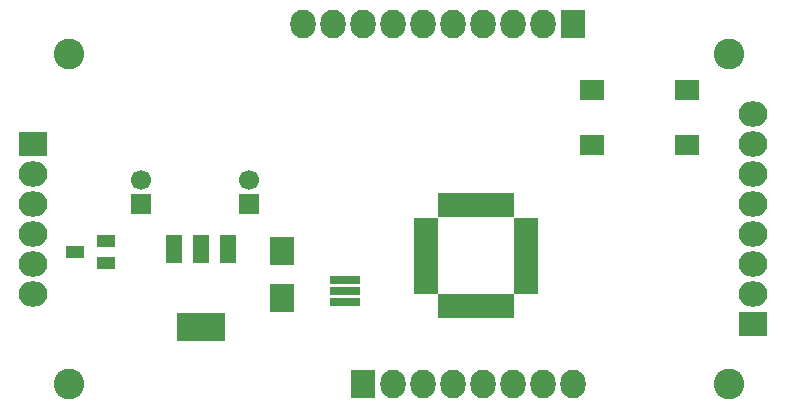
<source format=gbr>
G04 #@! TF.FileFunction,Soldermask,Top*
%FSLAX46Y46*%
G04 Gerber Fmt 4.6, Leading zero omitted, Abs format (unit mm)*
G04 Created by KiCad (PCBNEW 4.0.1-stable) date 9/12/2016 12:56:57 PM*
%MOMM*%
G01*
G04 APERTURE LIST*
%ADD10C,0.100000*%
%ADD11R,1.700000X1.700000*%
%ADD12C,1.700000*%
%ADD13R,2.000000X2.400000*%
%ADD14R,2.432000X2.127200*%
%ADD15O,2.432000X2.127200*%
%ADD16R,2.127200X2.432000*%
%ADD17O,2.127200X2.432000*%
%ADD18R,1.600000X1.100000*%
%ADD19R,2.050000X1.800000*%
%ADD20R,4.057600X2.432000*%
%ADD21R,1.416000X2.432000*%
%ADD22R,2.500000X0.700000*%
%ADD23R,2.000000X0.950000*%
%ADD24R,0.950000X2.000000*%
%ADD25C,2.600000*%
G04 APERTURE END LIST*
D10*
D11*
X155956000Y-60960000D03*
D12*
X155956000Y-58960000D03*
D11*
X165100000Y-60960000D03*
D12*
X165100000Y-58960000D03*
D13*
X167894000Y-64929000D03*
X167894000Y-68929000D03*
D14*
X146812000Y-55880000D03*
D15*
X146812000Y-58420000D03*
X146812000Y-60960000D03*
X146812000Y-63500000D03*
X146812000Y-66040000D03*
X146812000Y-68580000D03*
D16*
X174752000Y-76200000D03*
D17*
X177292000Y-76200000D03*
X179832000Y-76200000D03*
X182372000Y-76200000D03*
X184912000Y-76200000D03*
X187452000Y-76200000D03*
X189992000Y-76200000D03*
X192532000Y-76200000D03*
D18*
X150322000Y-65024000D03*
X153022000Y-65974000D03*
X153022000Y-64074000D03*
D19*
X202135000Y-51302000D03*
X202135000Y-56013000D03*
X194105000Y-56013000D03*
X194105000Y-51302000D03*
D20*
X161036000Y-71374000D03*
D21*
X161036000Y-64770000D03*
X158750000Y-64770000D03*
X163322000Y-64770000D03*
D22*
X173228000Y-69276000D03*
X173228000Y-67376000D03*
X173228000Y-68326000D03*
D23*
X180037001Y-62541000D03*
X180037001Y-63341000D03*
X180037001Y-64141000D03*
X180037001Y-64941000D03*
X180037001Y-65741000D03*
X180037001Y-66541000D03*
X180037001Y-67341000D03*
X180037001Y-68141000D03*
D24*
X181487001Y-69591000D03*
X182287001Y-69591000D03*
X183087001Y-69591000D03*
X183887001Y-69591000D03*
X184687001Y-69591000D03*
X185487001Y-69591000D03*
X186287001Y-69591000D03*
X187087001Y-69591000D03*
D23*
X188537001Y-68141000D03*
X188537001Y-67341000D03*
X188537001Y-66541000D03*
X188537001Y-65741000D03*
X188537001Y-64941000D03*
X188537001Y-64141000D03*
X188537001Y-63341000D03*
X188537001Y-62541000D03*
D24*
X187087001Y-61091000D03*
X186287001Y-61091000D03*
X185487001Y-61091000D03*
X184687001Y-61091000D03*
X183887001Y-61091000D03*
X183087001Y-61091000D03*
X182287001Y-61091000D03*
X181487001Y-61091000D03*
D16*
X192532000Y-45720000D03*
D17*
X189992000Y-45720000D03*
X187452000Y-45720000D03*
X184912000Y-45720000D03*
X182372000Y-45720000D03*
X179832000Y-45720000D03*
X177292000Y-45720000D03*
X174752000Y-45720000D03*
X172212000Y-45720000D03*
X169672000Y-45720000D03*
D14*
X207772000Y-71120000D03*
D15*
X207772000Y-68580000D03*
X207772000Y-66040000D03*
X207772000Y-63500000D03*
X207772000Y-60960000D03*
X207772000Y-58420000D03*
X207772000Y-55880000D03*
X207772000Y-53340000D03*
D25*
X149860000Y-76200000D03*
X149860000Y-48260000D03*
X205740000Y-48260000D03*
X205740000Y-76200000D03*
M02*

</source>
